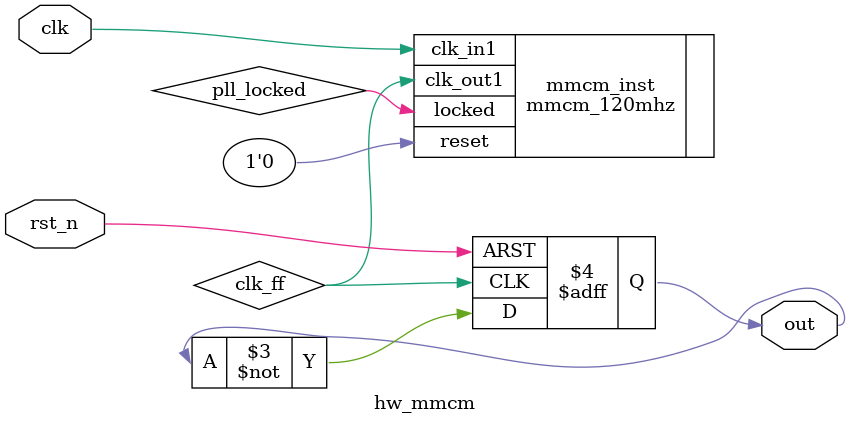
<source format=sv>
`timescale 1ns / 1ps


module hw_mmcm(
	input wire clk,
	input wire rst_n,
	output logic out
);


wire clk_ff; 
wire pll_locked;


mmcm_120mhz mmcm_inst (
	 .reset 	(1'b0)
	,.clk_in1	(clk)		
	,.clk_out1	(clk_ff)	
	,.locked 	(pll_locked)
);


always_ff @(posedge clk_ff or negedge rst_n) begin
	if(~rst_n) begin
		out <= 0;
	end else begin
		out <= ~out;
	end
end

endmodule

</source>
